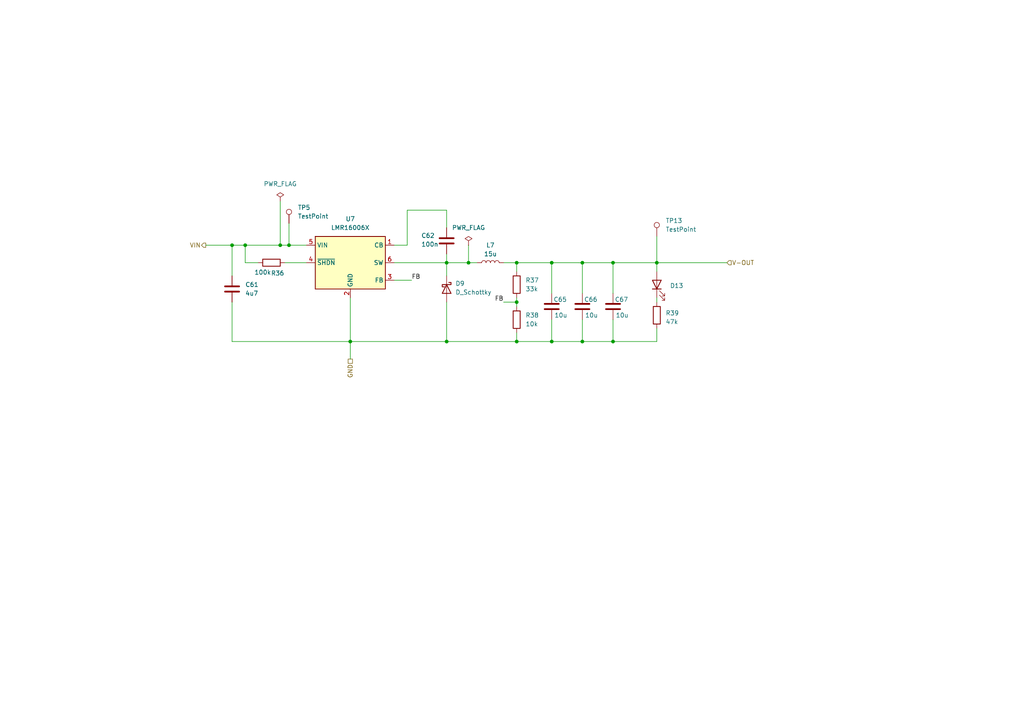
<source format=kicad_sch>
(kicad_sch (version 20231120) (generator "eeschema") (generator_version "8.0")
  (paper "A4")
  (lib_symbols
    (symbol "Connector:TestPoint" (pin_numbers hide) (pin_names (offset 0.762) hide)
      (property "Reference" "TP" (at 0 6.858 0))
      (property "Value" "TestPoint" (at 0 5.08 0))
      (symbol "TestPoint_0_1"
        (circle (center 0 3.302) (radius 0.762))
      )
      (symbol "TestPoint_1_1"
        (pin passive line (at 0 0 90) (length 2.54) (name "1") (number "1"))
      )
    )
    (symbol "Device:C" (pin_numbers hide) (pin_names (offset 0.254))
      (property "Reference" "C" (at 0.635 2.54 0))
      (property "Value" "C" (at 0.635 -2.54 0))
      (symbol "C_0_1"
        (polyline (pts (xy -2.032 -0.762) (xy 2.032 -0.762)) (stroke (width 0.508)))
        (polyline (pts (xy -2.032 0.762) (xy 2.032 0.762)) (stroke (width 0.508)))
      )
      (symbol "C_1_1"
        (pin passive line (at 0 3.81 270) (length 2.794) (name "~") (number "1"))
        (pin passive line (at 0 -3.81 90) (length 2.794) (name "~") (number "2"))
      )
    )
    (symbol "Device:D_Schottky" (pin_numbers hide) (pin_names (offset 1.016) hide)
      (property "Reference" "D" (at 0 2.54 0))
      (property "Value" "D_Schottky" (at 0 -2.54 0))
      (symbol "D_Schottky_0_1"
        (polyline (pts (xy 1.27 0) (xy -1.27 0)))
        (polyline (pts (xy 1.27 1.27) (xy 1.27 -1.27) (xy -1.27 0) (xy 1.27 1.27)) (stroke (width 0.254)))
        (polyline (pts (xy -1.905 0.635) (xy -1.905 1.27) (xy -1.27 1.27) (xy -1.27 -1.27) (xy -0.635 -1.27) (xy -0.635 -0.635)) (stroke (width 0.254)))
      )
      (symbol "D_Schottky_1_1"
        (pin passive line (at -3.81 0 0) (length 2.54) (name "K") (number "1"))
        (pin passive line (at 3.81 0 180) (length 2.54) (name "A") (number "2"))
      )
    )
    (symbol "Device:L" (pin_numbers hide) (pin_names (offset 1.016) hide)
      (property "Reference" "L" (at -1.27 0 90))
      (property "Value" "L" (at 1.905 0 90))
      (symbol "L_0_1"
        (arc (start 0 -2.54) (mid 0.6323 -1.905) (end 0 -1.27))
        (arc (start 0 -1.27) (mid 0.6323 -0.635) (end 0 0))
        (arc (start 0 0) (mid 0.6323 0.635) (end 0 1.27))
        (arc (start 0 1.27) (mid 0.6323 1.905) (end 0 2.54))
      )
      (symbol "L_1_1"
        (pin passive line (at 0 3.81 270) (length 1.27) (name "1") (number "1"))
        (pin passive line (at 0 -3.81 90) (length 1.27) (name "2") (number "2"))
      )
    )
    (symbol "Device:LED" (pin_numbers hide) (pin_names (offset 1.016) hide)
      (property "Reference" "D" (at 0 2.54 0))
      (property "Value" "LED" (at 0 -2.54 0))
      (symbol "LED_0_1"
        (polyline (pts (xy -1.27 -1.27) (xy -1.27 1.27)) (stroke (width 0.254)))
        (polyline (pts (xy -1.27 0) (xy 1.27 0)))
        (polyline (pts (xy 1.27 -1.27) (xy 1.27 1.27) (xy -1.27 0) (xy 1.27 -1.27)) (stroke (width 0.254)))
        (polyline (pts (xy -3.048 -0.762) (xy -4.572 -2.286) (xy -3.81 -2.286) (xy -4.572 -2.286) (xy -4.572 -1.524)))
        (polyline (pts (xy -1.778 -0.762) (xy -3.302 -2.286) (xy -2.54 -2.286) (xy -3.302 -2.286) (xy -3.302 -1.524)))
      )
      (symbol "LED_1_1"
        (pin passive line (at -3.81 0 0) (length 2.54) (name "K") (number "1"))
        (pin passive line (at 3.81 0 180) (length 2.54) (name "A") (number "2"))
      )
    )
    (symbol "Device:R" (pin_numbers hide) (pin_names (offset 0))
      (property "Reference" "R" (at 2.032 0 90))
      (property "Value" "R" (at 0 0 90))
      (symbol "R_0_1"
        (rectangle (start -1.016 -2.54) (end 1.016 2.54) (stroke (width 0.254)))
      )
      (symbol "R_1_1"
        (pin passive line (at 0 3.81 270) (length 1.27) (name "~") (number "1"))
        (pin passive line (at 0 -3.81 90) (length 1.27) (name "~") (number "2"))
      )
    )
    (symbol "Prj_dcdc_converter:LMR16006X"
      (property "Reference" "U" (at 1.778 -1.524 0))
      (property "Value" "LMR16006X" (at -4.826 -1.524 0))
      (symbol "LMR16006X_0_1"
        (rectangle (start -10.16 -2.54) (end 10.16 -17.78) (stroke (width 0.254)) (fill (type background)))
      )
      (symbol "LMR16006X_1_1"
        (pin input line (at 12.7 -5.08 180) (length 2.54) (name "CB") (number "1"))
        (pin power_in line (at 0 -20.32 90) (length 2.54) (name "GND") (number "2"))
        (pin input line (at 12.7 -15.24 180) (length 2.54) (name "FB") (number "3"))
        (pin input line (at -12.7 -10.16 0) (length 2.54) (name "~{SHDN}") (number "4"))
        (pin power_in line (at -12.7 -5.08 0) (length 2.54) (name "VIN") (number "5"))
        (pin output line (at 12.7 -10.16 180) (length 2.54) (name "SW") (number "6"))
      )
    )
    (symbol "power:PWR_FLAG" (power) (pin_numbers hide) (pin_names (offset 0) hide)
      (property "Value" "PWR_FLAG" (at 0 3.81 0))
      (symbol "PWR_FLAG_0_0"
        (pin power_out line (at 0 0 90) (length 0) (name "~") (number "1"))
      )
      (symbol "PWR_FLAG_0_1"
        (polyline (pts (xy 0 0) (xy 0 1.27) (xy -1.016 1.905) (xy 0 2.54) (xy 1.016 1.905) (xy 0 1.27)))
      )
    )
  )
  (junction (at 71.12 71.12))
  (junction (at 81.28 71.12))
  (junction (at 67.31 71.12))
  (junction (at 129.54 76.2))
  (junction (at 149.86 87.63))
  (junction (at 135.89 76.2))
  (junction (at 149.86 99.06))
  (junction (at 168.91 76.2))
  (junction (at 101.6 99.06))
  (junction (at 190.5 76.2))
  (junction (at 149.86 76.2))
  (junction (at 168.91 99.06))
  (junction (at 83.82 71.12))
  (junction (at 160.02 99.06))
  (junction (at 177.8 76.2))
  (junction (at 160.02 76.2))
  (junction (at 129.54 99.06))
  (junction (at 177.8 99.06))
  (wire (pts (xy 83.82 71.12) (xy 88.9 71.12)))
  (wire (pts (xy 129.54 76.2) (xy 129.54 80.01)))
  (wire (pts (xy 190.5 76.2) (xy 190.5 78.74)))
  (wire (pts (xy 149.86 76.2) (xy 149.86 78.74)))
  (wire (pts (xy 190.5 68.58) (xy 190.5 76.2)))
  (wire (pts (xy 149.86 88.9) (xy 149.86 87.63)))
  (wire (pts (xy 67.31 71.12) (xy 67.31 80.01)))
  (wire (pts (xy 190.5 86.36) (xy 190.5 87.63)))
  (wire (pts (xy 81.28 71.12) (xy 83.82 71.12)))
  (wire (pts (xy 160.02 76.2) (xy 168.91 76.2)))
  (wire (pts (xy 177.8 92.71) (xy 177.8 99.06)))
  (wire (pts (xy 160.02 99.06) (xy 168.91 99.06)))
  (wire (pts (xy 67.31 71.12) (xy 71.12 71.12)))
  (wire (pts (xy 168.91 99.06) (xy 177.8 99.06)))
  (wire (pts (xy 129.54 76.2) (xy 135.89 76.2)))
  (wire (pts (xy 119.38 81.28) (xy 114.3 81.28)))
  (wire (pts (xy 101.6 104.14) (xy 101.6 99.06)))
  (wire (pts (xy 146.05 87.63) (xy 149.86 87.63)))
  (wire (pts (xy 118.11 60.96) (xy 129.54 60.96)))
  (wire (pts (xy 190.5 99.06) (xy 190.5 95.25)))
  (wire (pts (xy 177.8 76.2) (xy 190.5 76.2)))
  (wire (pts (xy 83.82 64.77) (xy 83.82 71.12)))
  (wire (pts (xy 177.8 99.06) (xy 190.5 99.06)))
  (wire (pts (xy 129.54 99.06) (xy 149.86 99.06)))
  (wire (pts (xy 177.8 76.2) (xy 177.8 85.09)))
  (wire (pts (xy 129.54 87.63) (xy 129.54 99.06)))
  (wire (pts (xy 168.91 76.2) (xy 168.91 85.09)))
  (wire (pts (xy 67.31 99.06) (xy 101.6 99.06)))
  (wire (pts (xy 149.86 86.36) (xy 149.86 87.63)))
  (wire (pts (xy 149.86 99.06) (xy 160.02 99.06)))
  (wire (pts (xy 59.69 71.12) (xy 67.31 71.12)))
  (wire (pts (xy 129.54 60.96) (xy 129.54 66.04)))
  (wire (pts (xy 71.12 76.2) (xy 74.93 76.2)))
  (wire (pts (xy 149.86 96.52) (xy 149.86 99.06)))
  (wire (pts (xy 190.5 76.2) (xy 210.82 76.2)))
  (wire (pts (xy 160.02 76.2) (xy 160.02 85.09)))
  (wire (pts (xy 135.89 76.2) (xy 138.43 76.2)))
  (wire (pts (xy 101.6 86.36) (xy 101.6 99.06)))
  (wire (pts (xy 82.55 76.2) (xy 88.9 76.2)))
  (wire (pts (xy 129.54 73.66) (xy 129.54 76.2)))
  (wire (pts (xy 67.31 87.63) (xy 67.31 99.06)))
  (wire (pts (xy 114.3 71.12) (xy 118.11 71.12)))
  (wire (pts (xy 160.02 92.71) (xy 160.02 99.06)))
  (wire (pts (xy 118.11 71.12) (xy 118.11 60.96)))
  (wire (pts (xy 81.28 58.42) (xy 81.28 71.12)))
  (wire (pts (xy 135.89 71.12) (xy 135.89 76.2)))
  (wire (pts (xy 149.86 76.2) (xy 160.02 76.2)))
  (wire (pts (xy 129.54 99.06) (xy 101.6 99.06)))
  (wire (pts (xy 71.12 71.12) (xy 81.28 71.12)))
  (wire (pts (xy 71.12 76.2) (xy 71.12 71.12)))
  (wire (pts (xy 168.91 76.2) (xy 177.8 76.2)))
  (wire (pts (xy 146.05 76.2) (xy 149.86 76.2)))
  (wire (pts (xy 168.91 92.71) (xy 168.91 99.06)))
  (wire (pts (xy 114.3 76.2) (xy 129.54 76.2)))
  (label "FB" (at 146.05 87.63 180))
  (label "FB" (at 119.38 81.28 0))
  (hierarchical_label "GND" (shape passive) (at 101.6 104.14 270))
  (hierarchical_label "VIN" (shape output) (at 59.69 71.12 180))
  (hierarchical_label "V-OUT" (shape input) (at 210.82 76.2 0))
  (symbol (lib_id "Device:C") (at 67.31 83.82 0) (unit 1)
    (property "Reference" "C61" (at 71.12 82.5499 0) (effects (justify left)))
    (property "Value" "4u7" (at 71.12 85.0899 0) (effects (justify left)))
    (property "Description" "Unpolarized capacitor" (effects (hide yes)))
  )
  (symbol (lib_id "Connector:TestPoint") (at 190.5 68.58 0) (unit 1)
    (property "Reference" "TP13" (at 193.04 64.0079 0) (effects (justify left)))
    (property "Value" "TestPoint" (at 193.04 66.5479 0) (effects (justify left)))
    (property "Description" "test point" (effects (hide yes)))
  )
  (symbol (lib_id "Device:LED") (at 190.5 82.55 90) (unit 1)
    (property "Reference" "D13" (at 194.31 82.8674 90) (effects (justify right)))
    (property "Value" "XL-1005UGC" (effects (hide yes)))
    (property "Footprint" "Diode_SMD:D_0402_1005Metric_Pad0.77x0.64mm_HandSolder" (effects (hide yes)))
  )
  (symbol (lib_id "power:PWR_FLAG") (at 81.28 58.42 0) (unit 1)
    (property "Reference" "#FLG014" (effects (hide yes)))
    (property "Value" "PWR_FLAG" (at 81.28 53.34 0))
    (property "Description" "Special symbol for telling ERC where power comes from" (effects (hide yes)))
  )
  (symbol (lib_id "Device:R") (at 149.86 82.55 0) (unit 1)
    (property "Reference" "R37" (at 152.4 81.2799 0) (effects (justify left)))
    (property "Value" "33k" (at 152.4 83.8199 0) (effects (justify left)))
    (property "Footprint" "Resistor_SMD:R_0402_1005Metric_Pad0.72x0.64mm_HandSolder" (effects (hide yes)))
  )
  (symbol (lib_id "Connector:TestPoint") (at 83.82 64.77 0) (unit 1)
    (property "Reference" "TP5" (at 86.36 60.1979 0) (effects (justify left)))
    (property "Value" "TestPoint" (at 86.36 62.7379 0) (effects (justify left)))
    (property "Description" "test point" (effects (hide yes)))
  )
  (symbol (lib_id "Device:C") (at 168.91 88.9 0) (unit 1)
    (property "Reference" "C66" (at 169.418 86.868 0) (effects (justify left)))
    (property "Value" "10u" (at 169.672 91.44 0) (effects (justify left)))
    (property "Description" "Unpolarized capacitor" (effects (hide yes)))
  )
  (symbol (lib_id "Device:R") (at 190.5 91.44 0) (unit 1)
    (property "Reference" "R39" (at 193.04 90.805 0) (effects (justify left)))
    (property "Value" "47k" (at 193.04 93.345 0) (effects (justify left)))
    (property "Footprint" "Resistor_SMD:R_0402_1005Metric_Pad0.72x0.64mm_HandSolder" (effects (hide yes)))
  )
  (symbol (lib_id "Device:C") (at 160.02 88.9 0) (unit 1)
    (property "Reference" "C65" (at 160.528 86.868 0) (effects (justify left)))
    (property "Value" "10u" (at 160.782 91.44 0) (effects (justify left)))
    (property "Description" "Unpolarized capacitor" (effects (hide yes)))
  )
  (symbol (lib_id "Device:C") (at 129.54 69.85 0) (unit 1)
    (property "Reference" "C62" (at 122.174 68.326 0) (effects (justify left)))
    (property "Value" "100n" (at 122.174 70.866 0) (effects (justify left)))
    (property "Description" "Unpolarized capacitor" (effects (hide yes)))
  )
  (symbol (lib_id "Device:D_Schottky") (at 129.54 83.82 270) (unit 1)
    (property "Reference" "D9" (at 132.08 82.2324 90) (effects (justify left)))
    (property "Value" "D_Schottky" (at 132.08 84.7724 90) (effects (justify left)))
    (property "Description" "Schottky diode" (effects (hide yes)))
  )
  (symbol (lib_id "Device:R") (at 149.86 92.71 0) (unit 1)
    (property "Reference" "R38" (at 152.4 91.4399 0) (effects (justify left)))
    (property "Value" "10k" (at 152.4 93.9799 0) (effects (justify left)))
    (property "Footprint" "Resistor_SMD:R_0402_1005Metric_Pad0.72x0.64mm_HandSolder" (effects (hide yes)))
  )
  (symbol (lib_id "Device:C") (at 177.8 88.9 0) (unit 1)
    (property "Reference" "C67" (at 178.308 86.868 0) (effects (justify left)))
    (property "Value" "10u" (at 178.562 91.44 0) (effects (justify left)))
    (property "Description" "Unpolarized capacitor" (effects (hide yes)))
  )
  (symbol (lib_id "power:PWR_FLAG") (at 135.89 71.12 0) (unit 1)
    (property "Reference" "#FLG015" (effects (hide yes)))
    (property "Value" "PWR_FLAG" (at 135.89 66.04 0))
    (property "Description" "Special symbol for telling ERC where power comes from" (effects (hide yes)))
  )
  (symbol (lib_id "Device:R") (at 78.74 76.2 270) (unit 1)
    (property "Reference" "R36" (at 80.518 79.248 90))
    (property "Value" "100k" (at 76.2 78.994 90))
    (property "Footprint" "Resistor_SMD:R_0402_1005Metric_Pad0.72x0.64mm_HandSolder" (effects (hide yes)))
  )
  (symbol (lib_id "Device:L") (at 142.24 76.2 90) (unit 1)
    (property "Reference" "L7" (at 142.24 71.12 90))
    (property "Value" "15u" (at 142.24 73.66 90))
    (property "Description" "Inductor" (effects (hide yes)))
  )
  (symbol (lib_id "Prj_dcdc_converter:LMR16006X") (at 101.6 66.04 0) (unit 1)
    (property "Reference" "U7" (at 101.6 63.5 0))
    (property "Value" "LMR16006X" (at 101.6 66.04 0))
    (property "Footprint" "Package_TO_SOT_SMD:TSOT-23-6" (effects (hide yes)))
  )
)
</source>
